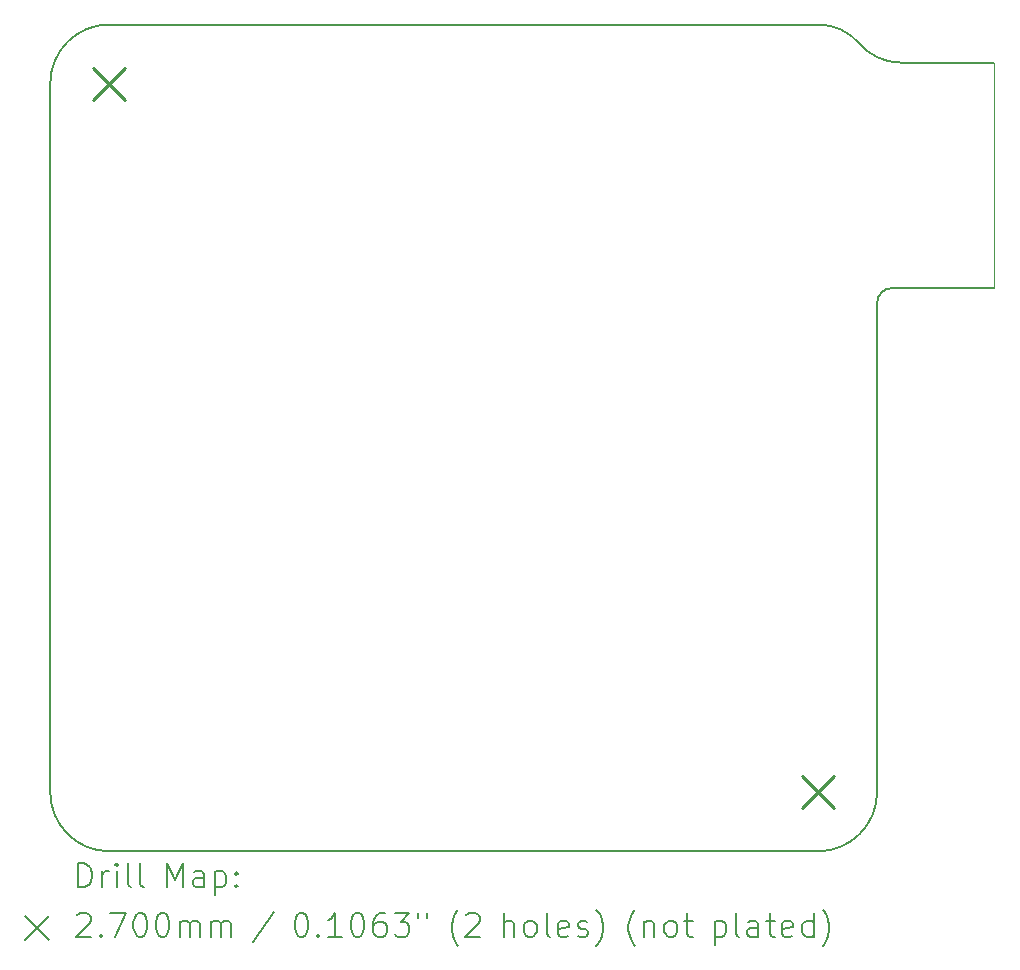
<source format=gbr>
%TF.GenerationSoftware,KiCad,Pcbnew,(7.0.0)*%
%TF.CreationDate,2023-02-23T17:38:34-05:00*%
%TF.ProjectId,TeamButton,5465616d-4275-4747-946f-6e2e6b696361,rev?*%
%TF.SameCoordinates,Original*%
%TF.FileFunction,Drillmap*%
%TF.FilePolarity,Positive*%
%FSLAX45Y45*%
G04 Gerber Fmt 4.5, Leading zero omitted, Abs format (unit mm)*
G04 Created by KiCad (PCBNEW (7.0.0)) date 2023-02-23 17:38:34*
%MOMM*%
%LPD*%
G01*
G04 APERTURE LIST*
%ADD10C,0.100000*%
%ADD11C,0.200000*%
%ADD12C,0.270000*%
G04 APERTURE END LIST*
D10*
X15494000Y-6731000D02*
X15494000Y-4822775D01*
D11*
X7500000Y-5000000D02*
X7500000Y-11000000D01*
X14351001Y-4661387D02*
G75*
G03*
X14000000Y-4500000I-351001J-301003D01*
G01*
X14000000Y-11500000D02*
G75*
G03*
X14500000Y-11000000I0J500000D01*
G01*
X14627000Y-6731000D02*
G75*
G03*
X14500000Y-6858000I0J-127000D01*
G01*
X8000000Y-4500000D02*
X14000000Y-4500000D01*
X14627000Y-6731000D02*
X15494000Y-6731000D01*
X8000000Y-4500000D02*
G75*
G03*
X7500000Y-5000000I0J-500000D01*
G01*
X15494000Y-4822775D02*
X14702000Y-4822775D01*
X14000000Y-11500000D02*
X8000000Y-11500000D01*
X14351001Y-4661387D02*
G75*
G03*
X14702000Y-4822775I350999J300997D01*
G01*
X14500000Y-11000000D02*
X14500000Y-6858000D01*
X7500000Y-11000000D02*
G75*
G03*
X8000000Y-11500000I500000J0D01*
G01*
D12*
X7865000Y-4865000D02*
X8135000Y-5135000D01*
X8135000Y-4865000D02*
X7865000Y-5135000D01*
X13865000Y-10865000D02*
X14135000Y-11135000D01*
X14135000Y-10865000D02*
X13865000Y-11135000D01*
D11*
X7737619Y-11803476D02*
X7737619Y-11603476D01*
X7737619Y-11603476D02*
X7785238Y-11603476D01*
X7785238Y-11603476D02*
X7813809Y-11613000D01*
X7813809Y-11613000D02*
X7832857Y-11632048D01*
X7832857Y-11632048D02*
X7842381Y-11651095D01*
X7842381Y-11651095D02*
X7851905Y-11689190D01*
X7851905Y-11689190D02*
X7851905Y-11717762D01*
X7851905Y-11717762D02*
X7842381Y-11755857D01*
X7842381Y-11755857D02*
X7832857Y-11774905D01*
X7832857Y-11774905D02*
X7813809Y-11793952D01*
X7813809Y-11793952D02*
X7785238Y-11803476D01*
X7785238Y-11803476D02*
X7737619Y-11803476D01*
X7937619Y-11803476D02*
X7937619Y-11670143D01*
X7937619Y-11708238D02*
X7947143Y-11689190D01*
X7947143Y-11689190D02*
X7956667Y-11679667D01*
X7956667Y-11679667D02*
X7975714Y-11670143D01*
X7975714Y-11670143D02*
X7994762Y-11670143D01*
X8061428Y-11803476D02*
X8061428Y-11670143D01*
X8061428Y-11603476D02*
X8051905Y-11613000D01*
X8051905Y-11613000D02*
X8061428Y-11622524D01*
X8061428Y-11622524D02*
X8070952Y-11613000D01*
X8070952Y-11613000D02*
X8061428Y-11603476D01*
X8061428Y-11603476D02*
X8061428Y-11622524D01*
X8185238Y-11803476D02*
X8166190Y-11793952D01*
X8166190Y-11793952D02*
X8156667Y-11774905D01*
X8156667Y-11774905D02*
X8156667Y-11603476D01*
X8290000Y-11803476D02*
X8270952Y-11793952D01*
X8270952Y-11793952D02*
X8261428Y-11774905D01*
X8261428Y-11774905D02*
X8261428Y-11603476D01*
X8486190Y-11803476D02*
X8486190Y-11603476D01*
X8486190Y-11603476D02*
X8552857Y-11746333D01*
X8552857Y-11746333D02*
X8619524Y-11603476D01*
X8619524Y-11603476D02*
X8619524Y-11803476D01*
X8800476Y-11803476D02*
X8800476Y-11698714D01*
X8800476Y-11698714D02*
X8790952Y-11679667D01*
X8790952Y-11679667D02*
X8771905Y-11670143D01*
X8771905Y-11670143D02*
X8733809Y-11670143D01*
X8733809Y-11670143D02*
X8714762Y-11679667D01*
X8800476Y-11793952D02*
X8781429Y-11803476D01*
X8781429Y-11803476D02*
X8733809Y-11803476D01*
X8733809Y-11803476D02*
X8714762Y-11793952D01*
X8714762Y-11793952D02*
X8705238Y-11774905D01*
X8705238Y-11774905D02*
X8705238Y-11755857D01*
X8705238Y-11755857D02*
X8714762Y-11736809D01*
X8714762Y-11736809D02*
X8733809Y-11727286D01*
X8733809Y-11727286D02*
X8781429Y-11727286D01*
X8781429Y-11727286D02*
X8800476Y-11717762D01*
X8895714Y-11670143D02*
X8895714Y-11870143D01*
X8895714Y-11679667D02*
X8914762Y-11670143D01*
X8914762Y-11670143D02*
X8952857Y-11670143D01*
X8952857Y-11670143D02*
X8971905Y-11679667D01*
X8971905Y-11679667D02*
X8981429Y-11689190D01*
X8981429Y-11689190D02*
X8990952Y-11708238D01*
X8990952Y-11708238D02*
X8990952Y-11765381D01*
X8990952Y-11765381D02*
X8981429Y-11784428D01*
X8981429Y-11784428D02*
X8971905Y-11793952D01*
X8971905Y-11793952D02*
X8952857Y-11803476D01*
X8952857Y-11803476D02*
X8914762Y-11803476D01*
X8914762Y-11803476D02*
X8895714Y-11793952D01*
X9076667Y-11784428D02*
X9086190Y-11793952D01*
X9086190Y-11793952D02*
X9076667Y-11803476D01*
X9076667Y-11803476D02*
X9067143Y-11793952D01*
X9067143Y-11793952D02*
X9076667Y-11784428D01*
X9076667Y-11784428D02*
X9076667Y-11803476D01*
X9076667Y-11679667D02*
X9086190Y-11689190D01*
X9086190Y-11689190D02*
X9076667Y-11698714D01*
X9076667Y-11698714D02*
X9067143Y-11689190D01*
X9067143Y-11689190D02*
X9076667Y-11679667D01*
X9076667Y-11679667D02*
X9076667Y-11698714D01*
X7290000Y-12050000D02*
X7490000Y-12250000D01*
X7490000Y-12050000D02*
X7290000Y-12250000D01*
X7728095Y-12042524D02*
X7737619Y-12033000D01*
X7737619Y-12033000D02*
X7756667Y-12023476D01*
X7756667Y-12023476D02*
X7804286Y-12023476D01*
X7804286Y-12023476D02*
X7823333Y-12033000D01*
X7823333Y-12033000D02*
X7832857Y-12042524D01*
X7832857Y-12042524D02*
X7842381Y-12061571D01*
X7842381Y-12061571D02*
X7842381Y-12080619D01*
X7842381Y-12080619D02*
X7832857Y-12109190D01*
X7832857Y-12109190D02*
X7718571Y-12223476D01*
X7718571Y-12223476D02*
X7842381Y-12223476D01*
X7928095Y-12204428D02*
X7937619Y-12213952D01*
X7937619Y-12213952D02*
X7928095Y-12223476D01*
X7928095Y-12223476D02*
X7918571Y-12213952D01*
X7918571Y-12213952D02*
X7928095Y-12204428D01*
X7928095Y-12204428D02*
X7928095Y-12223476D01*
X8004286Y-12023476D02*
X8137619Y-12023476D01*
X8137619Y-12023476D02*
X8051905Y-12223476D01*
X8251905Y-12023476D02*
X8270952Y-12023476D01*
X8270952Y-12023476D02*
X8290000Y-12033000D01*
X8290000Y-12033000D02*
X8299524Y-12042524D01*
X8299524Y-12042524D02*
X8309048Y-12061571D01*
X8309048Y-12061571D02*
X8318571Y-12099667D01*
X8318571Y-12099667D02*
X8318571Y-12147286D01*
X8318571Y-12147286D02*
X8309048Y-12185381D01*
X8309048Y-12185381D02*
X8299524Y-12204428D01*
X8299524Y-12204428D02*
X8290000Y-12213952D01*
X8290000Y-12213952D02*
X8270952Y-12223476D01*
X8270952Y-12223476D02*
X8251905Y-12223476D01*
X8251905Y-12223476D02*
X8232857Y-12213952D01*
X8232857Y-12213952D02*
X8223333Y-12204428D01*
X8223333Y-12204428D02*
X8213809Y-12185381D01*
X8213809Y-12185381D02*
X8204286Y-12147286D01*
X8204286Y-12147286D02*
X8204286Y-12099667D01*
X8204286Y-12099667D02*
X8213809Y-12061571D01*
X8213809Y-12061571D02*
X8223333Y-12042524D01*
X8223333Y-12042524D02*
X8232857Y-12033000D01*
X8232857Y-12033000D02*
X8251905Y-12023476D01*
X8442381Y-12023476D02*
X8461429Y-12023476D01*
X8461429Y-12023476D02*
X8480476Y-12033000D01*
X8480476Y-12033000D02*
X8490000Y-12042524D01*
X8490000Y-12042524D02*
X8499524Y-12061571D01*
X8499524Y-12061571D02*
X8509048Y-12099667D01*
X8509048Y-12099667D02*
X8509048Y-12147286D01*
X8509048Y-12147286D02*
X8499524Y-12185381D01*
X8499524Y-12185381D02*
X8490000Y-12204428D01*
X8490000Y-12204428D02*
X8480476Y-12213952D01*
X8480476Y-12213952D02*
X8461429Y-12223476D01*
X8461429Y-12223476D02*
X8442381Y-12223476D01*
X8442381Y-12223476D02*
X8423333Y-12213952D01*
X8423333Y-12213952D02*
X8413810Y-12204428D01*
X8413810Y-12204428D02*
X8404286Y-12185381D01*
X8404286Y-12185381D02*
X8394762Y-12147286D01*
X8394762Y-12147286D02*
X8394762Y-12099667D01*
X8394762Y-12099667D02*
X8404286Y-12061571D01*
X8404286Y-12061571D02*
X8413810Y-12042524D01*
X8413810Y-12042524D02*
X8423333Y-12033000D01*
X8423333Y-12033000D02*
X8442381Y-12023476D01*
X8594762Y-12223476D02*
X8594762Y-12090143D01*
X8594762Y-12109190D02*
X8604286Y-12099667D01*
X8604286Y-12099667D02*
X8623333Y-12090143D01*
X8623333Y-12090143D02*
X8651905Y-12090143D01*
X8651905Y-12090143D02*
X8670952Y-12099667D01*
X8670952Y-12099667D02*
X8680476Y-12118714D01*
X8680476Y-12118714D02*
X8680476Y-12223476D01*
X8680476Y-12118714D02*
X8690000Y-12099667D01*
X8690000Y-12099667D02*
X8709048Y-12090143D01*
X8709048Y-12090143D02*
X8737619Y-12090143D01*
X8737619Y-12090143D02*
X8756667Y-12099667D01*
X8756667Y-12099667D02*
X8766191Y-12118714D01*
X8766191Y-12118714D02*
X8766191Y-12223476D01*
X8861429Y-12223476D02*
X8861429Y-12090143D01*
X8861429Y-12109190D02*
X8870952Y-12099667D01*
X8870952Y-12099667D02*
X8890000Y-12090143D01*
X8890000Y-12090143D02*
X8918572Y-12090143D01*
X8918572Y-12090143D02*
X8937619Y-12099667D01*
X8937619Y-12099667D02*
X8947143Y-12118714D01*
X8947143Y-12118714D02*
X8947143Y-12223476D01*
X8947143Y-12118714D02*
X8956667Y-12099667D01*
X8956667Y-12099667D02*
X8975714Y-12090143D01*
X8975714Y-12090143D02*
X9004286Y-12090143D01*
X9004286Y-12090143D02*
X9023333Y-12099667D01*
X9023333Y-12099667D02*
X9032857Y-12118714D01*
X9032857Y-12118714D02*
X9032857Y-12223476D01*
X9390952Y-12013952D02*
X9219524Y-12271095D01*
X9615714Y-12023476D02*
X9634762Y-12023476D01*
X9634762Y-12023476D02*
X9653810Y-12033000D01*
X9653810Y-12033000D02*
X9663333Y-12042524D01*
X9663333Y-12042524D02*
X9672857Y-12061571D01*
X9672857Y-12061571D02*
X9682381Y-12099667D01*
X9682381Y-12099667D02*
X9682381Y-12147286D01*
X9682381Y-12147286D02*
X9672857Y-12185381D01*
X9672857Y-12185381D02*
X9663333Y-12204428D01*
X9663333Y-12204428D02*
X9653810Y-12213952D01*
X9653810Y-12213952D02*
X9634762Y-12223476D01*
X9634762Y-12223476D02*
X9615714Y-12223476D01*
X9615714Y-12223476D02*
X9596667Y-12213952D01*
X9596667Y-12213952D02*
X9587143Y-12204428D01*
X9587143Y-12204428D02*
X9577619Y-12185381D01*
X9577619Y-12185381D02*
X9568095Y-12147286D01*
X9568095Y-12147286D02*
X9568095Y-12099667D01*
X9568095Y-12099667D02*
X9577619Y-12061571D01*
X9577619Y-12061571D02*
X9587143Y-12042524D01*
X9587143Y-12042524D02*
X9596667Y-12033000D01*
X9596667Y-12033000D02*
X9615714Y-12023476D01*
X9768095Y-12204428D02*
X9777619Y-12213952D01*
X9777619Y-12213952D02*
X9768095Y-12223476D01*
X9768095Y-12223476D02*
X9758572Y-12213952D01*
X9758572Y-12213952D02*
X9768095Y-12204428D01*
X9768095Y-12204428D02*
X9768095Y-12223476D01*
X9968095Y-12223476D02*
X9853810Y-12223476D01*
X9910952Y-12223476D02*
X9910952Y-12023476D01*
X9910952Y-12023476D02*
X9891905Y-12052048D01*
X9891905Y-12052048D02*
X9872857Y-12071095D01*
X9872857Y-12071095D02*
X9853810Y-12080619D01*
X10091905Y-12023476D02*
X10110953Y-12023476D01*
X10110953Y-12023476D02*
X10130000Y-12033000D01*
X10130000Y-12033000D02*
X10139524Y-12042524D01*
X10139524Y-12042524D02*
X10149048Y-12061571D01*
X10149048Y-12061571D02*
X10158572Y-12099667D01*
X10158572Y-12099667D02*
X10158572Y-12147286D01*
X10158572Y-12147286D02*
X10149048Y-12185381D01*
X10149048Y-12185381D02*
X10139524Y-12204428D01*
X10139524Y-12204428D02*
X10130000Y-12213952D01*
X10130000Y-12213952D02*
X10110953Y-12223476D01*
X10110953Y-12223476D02*
X10091905Y-12223476D01*
X10091905Y-12223476D02*
X10072857Y-12213952D01*
X10072857Y-12213952D02*
X10063333Y-12204428D01*
X10063333Y-12204428D02*
X10053810Y-12185381D01*
X10053810Y-12185381D02*
X10044286Y-12147286D01*
X10044286Y-12147286D02*
X10044286Y-12099667D01*
X10044286Y-12099667D02*
X10053810Y-12061571D01*
X10053810Y-12061571D02*
X10063333Y-12042524D01*
X10063333Y-12042524D02*
X10072857Y-12033000D01*
X10072857Y-12033000D02*
X10091905Y-12023476D01*
X10330000Y-12023476D02*
X10291905Y-12023476D01*
X10291905Y-12023476D02*
X10272857Y-12033000D01*
X10272857Y-12033000D02*
X10263333Y-12042524D01*
X10263333Y-12042524D02*
X10244286Y-12071095D01*
X10244286Y-12071095D02*
X10234762Y-12109190D01*
X10234762Y-12109190D02*
X10234762Y-12185381D01*
X10234762Y-12185381D02*
X10244286Y-12204428D01*
X10244286Y-12204428D02*
X10253810Y-12213952D01*
X10253810Y-12213952D02*
X10272857Y-12223476D01*
X10272857Y-12223476D02*
X10310953Y-12223476D01*
X10310953Y-12223476D02*
X10330000Y-12213952D01*
X10330000Y-12213952D02*
X10339524Y-12204428D01*
X10339524Y-12204428D02*
X10349048Y-12185381D01*
X10349048Y-12185381D02*
X10349048Y-12137762D01*
X10349048Y-12137762D02*
X10339524Y-12118714D01*
X10339524Y-12118714D02*
X10330000Y-12109190D01*
X10330000Y-12109190D02*
X10310953Y-12099667D01*
X10310953Y-12099667D02*
X10272857Y-12099667D01*
X10272857Y-12099667D02*
X10253810Y-12109190D01*
X10253810Y-12109190D02*
X10244286Y-12118714D01*
X10244286Y-12118714D02*
X10234762Y-12137762D01*
X10415714Y-12023476D02*
X10539524Y-12023476D01*
X10539524Y-12023476D02*
X10472857Y-12099667D01*
X10472857Y-12099667D02*
X10501429Y-12099667D01*
X10501429Y-12099667D02*
X10520476Y-12109190D01*
X10520476Y-12109190D02*
X10530000Y-12118714D01*
X10530000Y-12118714D02*
X10539524Y-12137762D01*
X10539524Y-12137762D02*
X10539524Y-12185381D01*
X10539524Y-12185381D02*
X10530000Y-12204428D01*
X10530000Y-12204428D02*
X10520476Y-12213952D01*
X10520476Y-12213952D02*
X10501429Y-12223476D01*
X10501429Y-12223476D02*
X10444286Y-12223476D01*
X10444286Y-12223476D02*
X10425238Y-12213952D01*
X10425238Y-12213952D02*
X10415714Y-12204428D01*
X10615714Y-12023476D02*
X10615714Y-12061571D01*
X10691905Y-12023476D02*
X10691905Y-12061571D01*
X10954762Y-12299667D02*
X10945238Y-12290143D01*
X10945238Y-12290143D02*
X10926191Y-12261571D01*
X10926191Y-12261571D02*
X10916667Y-12242524D01*
X10916667Y-12242524D02*
X10907143Y-12213952D01*
X10907143Y-12213952D02*
X10897619Y-12166333D01*
X10897619Y-12166333D02*
X10897619Y-12128238D01*
X10897619Y-12128238D02*
X10907143Y-12080619D01*
X10907143Y-12080619D02*
X10916667Y-12052048D01*
X10916667Y-12052048D02*
X10926191Y-12033000D01*
X10926191Y-12033000D02*
X10945238Y-12004428D01*
X10945238Y-12004428D02*
X10954762Y-11994905D01*
X11021429Y-12042524D02*
X11030953Y-12033000D01*
X11030953Y-12033000D02*
X11050000Y-12023476D01*
X11050000Y-12023476D02*
X11097619Y-12023476D01*
X11097619Y-12023476D02*
X11116667Y-12033000D01*
X11116667Y-12033000D02*
X11126191Y-12042524D01*
X11126191Y-12042524D02*
X11135714Y-12061571D01*
X11135714Y-12061571D02*
X11135714Y-12080619D01*
X11135714Y-12080619D02*
X11126191Y-12109190D01*
X11126191Y-12109190D02*
X11011905Y-12223476D01*
X11011905Y-12223476D02*
X11135714Y-12223476D01*
X11341429Y-12223476D02*
X11341429Y-12023476D01*
X11427143Y-12223476D02*
X11427143Y-12118714D01*
X11427143Y-12118714D02*
X11417619Y-12099667D01*
X11417619Y-12099667D02*
X11398572Y-12090143D01*
X11398572Y-12090143D02*
X11370000Y-12090143D01*
X11370000Y-12090143D02*
X11350952Y-12099667D01*
X11350952Y-12099667D02*
X11341429Y-12109190D01*
X11550952Y-12223476D02*
X11531905Y-12213952D01*
X11531905Y-12213952D02*
X11522381Y-12204428D01*
X11522381Y-12204428D02*
X11512857Y-12185381D01*
X11512857Y-12185381D02*
X11512857Y-12128238D01*
X11512857Y-12128238D02*
X11522381Y-12109190D01*
X11522381Y-12109190D02*
X11531905Y-12099667D01*
X11531905Y-12099667D02*
X11550952Y-12090143D01*
X11550952Y-12090143D02*
X11579524Y-12090143D01*
X11579524Y-12090143D02*
X11598572Y-12099667D01*
X11598572Y-12099667D02*
X11608095Y-12109190D01*
X11608095Y-12109190D02*
X11617619Y-12128238D01*
X11617619Y-12128238D02*
X11617619Y-12185381D01*
X11617619Y-12185381D02*
X11608095Y-12204428D01*
X11608095Y-12204428D02*
X11598572Y-12213952D01*
X11598572Y-12213952D02*
X11579524Y-12223476D01*
X11579524Y-12223476D02*
X11550952Y-12223476D01*
X11731905Y-12223476D02*
X11712857Y-12213952D01*
X11712857Y-12213952D02*
X11703333Y-12194905D01*
X11703333Y-12194905D02*
X11703333Y-12023476D01*
X11884286Y-12213952D02*
X11865238Y-12223476D01*
X11865238Y-12223476D02*
X11827143Y-12223476D01*
X11827143Y-12223476D02*
X11808095Y-12213952D01*
X11808095Y-12213952D02*
X11798572Y-12194905D01*
X11798572Y-12194905D02*
X11798572Y-12118714D01*
X11798572Y-12118714D02*
X11808095Y-12099667D01*
X11808095Y-12099667D02*
X11827143Y-12090143D01*
X11827143Y-12090143D02*
X11865238Y-12090143D01*
X11865238Y-12090143D02*
X11884286Y-12099667D01*
X11884286Y-12099667D02*
X11893810Y-12118714D01*
X11893810Y-12118714D02*
X11893810Y-12137762D01*
X11893810Y-12137762D02*
X11798572Y-12156809D01*
X11970000Y-12213952D02*
X11989048Y-12223476D01*
X11989048Y-12223476D02*
X12027143Y-12223476D01*
X12027143Y-12223476D02*
X12046191Y-12213952D01*
X12046191Y-12213952D02*
X12055714Y-12194905D01*
X12055714Y-12194905D02*
X12055714Y-12185381D01*
X12055714Y-12185381D02*
X12046191Y-12166333D01*
X12046191Y-12166333D02*
X12027143Y-12156809D01*
X12027143Y-12156809D02*
X11998572Y-12156809D01*
X11998572Y-12156809D02*
X11979524Y-12147286D01*
X11979524Y-12147286D02*
X11970000Y-12128238D01*
X11970000Y-12128238D02*
X11970000Y-12118714D01*
X11970000Y-12118714D02*
X11979524Y-12099667D01*
X11979524Y-12099667D02*
X11998572Y-12090143D01*
X11998572Y-12090143D02*
X12027143Y-12090143D01*
X12027143Y-12090143D02*
X12046191Y-12099667D01*
X12122381Y-12299667D02*
X12131905Y-12290143D01*
X12131905Y-12290143D02*
X12150953Y-12261571D01*
X12150953Y-12261571D02*
X12160476Y-12242524D01*
X12160476Y-12242524D02*
X12170000Y-12213952D01*
X12170000Y-12213952D02*
X12179524Y-12166333D01*
X12179524Y-12166333D02*
X12179524Y-12128238D01*
X12179524Y-12128238D02*
X12170000Y-12080619D01*
X12170000Y-12080619D02*
X12160476Y-12052048D01*
X12160476Y-12052048D02*
X12150953Y-12033000D01*
X12150953Y-12033000D02*
X12131905Y-12004428D01*
X12131905Y-12004428D02*
X12122381Y-11994905D01*
X12451905Y-12299667D02*
X12442381Y-12290143D01*
X12442381Y-12290143D02*
X12423333Y-12261571D01*
X12423333Y-12261571D02*
X12413810Y-12242524D01*
X12413810Y-12242524D02*
X12404286Y-12213952D01*
X12404286Y-12213952D02*
X12394762Y-12166333D01*
X12394762Y-12166333D02*
X12394762Y-12128238D01*
X12394762Y-12128238D02*
X12404286Y-12080619D01*
X12404286Y-12080619D02*
X12413810Y-12052048D01*
X12413810Y-12052048D02*
X12423333Y-12033000D01*
X12423333Y-12033000D02*
X12442381Y-12004428D01*
X12442381Y-12004428D02*
X12451905Y-11994905D01*
X12528095Y-12090143D02*
X12528095Y-12223476D01*
X12528095Y-12109190D02*
X12537619Y-12099667D01*
X12537619Y-12099667D02*
X12556667Y-12090143D01*
X12556667Y-12090143D02*
X12585238Y-12090143D01*
X12585238Y-12090143D02*
X12604286Y-12099667D01*
X12604286Y-12099667D02*
X12613810Y-12118714D01*
X12613810Y-12118714D02*
X12613810Y-12223476D01*
X12737619Y-12223476D02*
X12718572Y-12213952D01*
X12718572Y-12213952D02*
X12709048Y-12204428D01*
X12709048Y-12204428D02*
X12699524Y-12185381D01*
X12699524Y-12185381D02*
X12699524Y-12128238D01*
X12699524Y-12128238D02*
X12709048Y-12109190D01*
X12709048Y-12109190D02*
X12718572Y-12099667D01*
X12718572Y-12099667D02*
X12737619Y-12090143D01*
X12737619Y-12090143D02*
X12766191Y-12090143D01*
X12766191Y-12090143D02*
X12785238Y-12099667D01*
X12785238Y-12099667D02*
X12794762Y-12109190D01*
X12794762Y-12109190D02*
X12804286Y-12128238D01*
X12804286Y-12128238D02*
X12804286Y-12185381D01*
X12804286Y-12185381D02*
X12794762Y-12204428D01*
X12794762Y-12204428D02*
X12785238Y-12213952D01*
X12785238Y-12213952D02*
X12766191Y-12223476D01*
X12766191Y-12223476D02*
X12737619Y-12223476D01*
X12861429Y-12090143D02*
X12937619Y-12090143D01*
X12890000Y-12023476D02*
X12890000Y-12194905D01*
X12890000Y-12194905D02*
X12899524Y-12213952D01*
X12899524Y-12213952D02*
X12918572Y-12223476D01*
X12918572Y-12223476D02*
X12937619Y-12223476D01*
X13124286Y-12090143D02*
X13124286Y-12290143D01*
X13124286Y-12099667D02*
X13143333Y-12090143D01*
X13143333Y-12090143D02*
X13181429Y-12090143D01*
X13181429Y-12090143D02*
X13200476Y-12099667D01*
X13200476Y-12099667D02*
X13210000Y-12109190D01*
X13210000Y-12109190D02*
X13219524Y-12128238D01*
X13219524Y-12128238D02*
X13219524Y-12185381D01*
X13219524Y-12185381D02*
X13210000Y-12204428D01*
X13210000Y-12204428D02*
X13200476Y-12213952D01*
X13200476Y-12213952D02*
X13181429Y-12223476D01*
X13181429Y-12223476D02*
X13143333Y-12223476D01*
X13143333Y-12223476D02*
X13124286Y-12213952D01*
X13333810Y-12223476D02*
X13314762Y-12213952D01*
X13314762Y-12213952D02*
X13305238Y-12194905D01*
X13305238Y-12194905D02*
X13305238Y-12023476D01*
X13495714Y-12223476D02*
X13495714Y-12118714D01*
X13495714Y-12118714D02*
X13486191Y-12099667D01*
X13486191Y-12099667D02*
X13467143Y-12090143D01*
X13467143Y-12090143D02*
X13429048Y-12090143D01*
X13429048Y-12090143D02*
X13410000Y-12099667D01*
X13495714Y-12213952D02*
X13476667Y-12223476D01*
X13476667Y-12223476D02*
X13429048Y-12223476D01*
X13429048Y-12223476D02*
X13410000Y-12213952D01*
X13410000Y-12213952D02*
X13400476Y-12194905D01*
X13400476Y-12194905D02*
X13400476Y-12175857D01*
X13400476Y-12175857D02*
X13410000Y-12156809D01*
X13410000Y-12156809D02*
X13429048Y-12147286D01*
X13429048Y-12147286D02*
X13476667Y-12147286D01*
X13476667Y-12147286D02*
X13495714Y-12137762D01*
X13562381Y-12090143D02*
X13638572Y-12090143D01*
X13590953Y-12023476D02*
X13590953Y-12194905D01*
X13590953Y-12194905D02*
X13600476Y-12213952D01*
X13600476Y-12213952D02*
X13619524Y-12223476D01*
X13619524Y-12223476D02*
X13638572Y-12223476D01*
X13781429Y-12213952D02*
X13762381Y-12223476D01*
X13762381Y-12223476D02*
X13724286Y-12223476D01*
X13724286Y-12223476D02*
X13705238Y-12213952D01*
X13705238Y-12213952D02*
X13695714Y-12194905D01*
X13695714Y-12194905D02*
X13695714Y-12118714D01*
X13695714Y-12118714D02*
X13705238Y-12099667D01*
X13705238Y-12099667D02*
X13724286Y-12090143D01*
X13724286Y-12090143D02*
X13762381Y-12090143D01*
X13762381Y-12090143D02*
X13781429Y-12099667D01*
X13781429Y-12099667D02*
X13790953Y-12118714D01*
X13790953Y-12118714D02*
X13790953Y-12137762D01*
X13790953Y-12137762D02*
X13695714Y-12156809D01*
X13962381Y-12223476D02*
X13962381Y-12023476D01*
X13962381Y-12213952D02*
X13943334Y-12223476D01*
X13943334Y-12223476D02*
X13905238Y-12223476D01*
X13905238Y-12223476D02*
X13886191Y-12213952D01*
X13886191Y-12213952D02*
X13876667Y-12204428D01*
X13876667Y-12204428D02*
X13867143Y-12185381D01*
X13867143Y-12185381D02*
X13867143Y-12128238D01*
X13867143Y-12128238D02*
X13876667Y-12109190D01*
X13876667Y-12109190D02*
X13886191Y-12099667D01*
X13886191Y-12099667D02*
X13905238Y-12090143D01*
X13905238Y-12090143D02*
X13943334Y-12090143D01*
X13943334Y-12090143D02*
X13962381Y-12099667D01*
X14038572Y-12299667D02*
X14048095Y-12290143D01*
X14048095Y-12290143D02*
X14067143Y-12261571D01*
X14067143Y-12261571D02*
X14076667Y-12242524D01*
X14076667Y-12242524D02*
X14086191Y-12213952D01*
X14086191Y-12213952D02*
X14095714Y-12166333D01*
X14095714Y-12166333D02*
X14095714Y-12128238D01*
X14095714Y-12128238D02*
X14086191Y-12080619D01*
X14086191Y-12080619D02*
X14076667Y-12052048D01*
X14076667Y-12052048D02*
X14067143Y-12033000D01*
X14067143Y-12033000D02*
X14048095Y-12004428D01*
X14048095Y-12004428D02*
X14038572Y-11994905D01*
M02*

</source>
